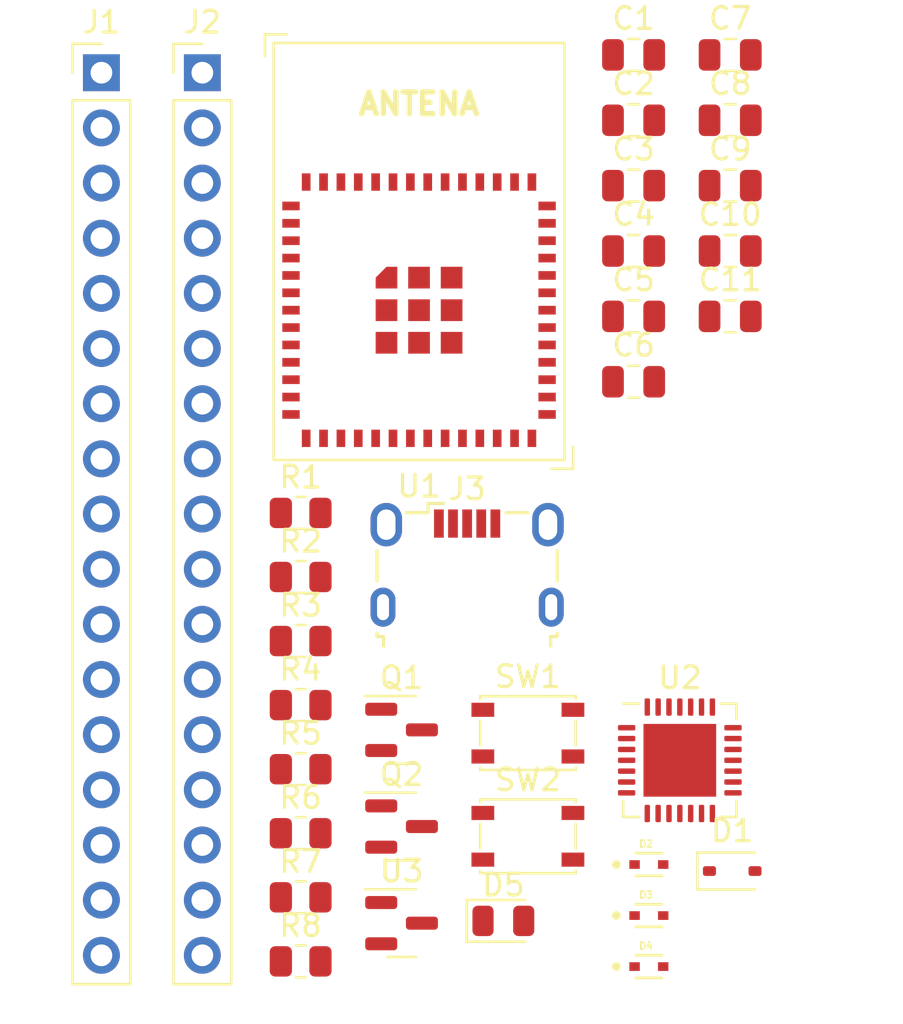
<source format=kicad_pcb>
(kicad_pcb (version 20221018) (generator pcbnew)
  (layers (0 "F.Cu" signal) (31 "B.Cu" signal) (34 "B.Paste" user) (35 "F.Paste" user) (36 "B.SilkS" user "B.Silkscreen") (37 "F.SilkS" user "F.Silkscreen") (38 "B.Mask" user) (39 "F.Mask" user) (44 "Edge.Cuts" user))
  (net 0 "")
  (net 1 "+3.3V")
  (net 2 "GND")
  (net 3 "ESP_RST")
  (net 4 "Net-(U2-VBUS)")
  (net 5 "GPIO0")
  (net 6 "+5V")
  (net 7 "+3V3")
  (net 8 "VBUS")
  (net 9 "USB_DP")
  (net 10 "USB_DN")
  (net 11 "Net-(D5-A)")
  (net 12 "GPI36")
  (net 13 "GPI37")
  (net 14 "GPI38")
  (net 15 "GPI39")
  (net 16 "GPI34")
  (net 17 "GPI35")
  (net 18 "GPIO32")
  (net 19 "GPIO33")
  (net 20 "GPIO25")
  (net 21 "GPIO26")
  (net 22 "GPIO27")
  (net 23 "GPIO14")
  (net 24 "U0RXD")
  (net 25 "U0TXD")
  (net 26 "GPIO21")
  (net 27 "GPIO22")
  (net 28 "GPIO19")
  (net 29 "GPIO23")
  (net 30 "GPIO18")
  (net 31 "GPIO5")
  (net 32 "GPIO10")
  (net 33 "GPIO9")
  (net 34 "GPIO4")
  (net 35 "GPIO2")
  (net 36 "GPIO15")
  (net 37 "GPIO13")
  (net 38 "GPIO12")
  (net 40 "Net-(Q1-B)")
  (net 41 "RTS")
  (net 42 "Net-(Q2-B)")
  (net 43 "DTR")
  (net 44 "Net-(U2-~{RST})")
  (net 45 "Net-(U2-~{SUSPEND})")
  (footprint "Package_DFN_QFN:QFN-28-1EP_5x5mm_P0.5mm_EP3.35x3.35mm" (layer "F.Cu") (at 132.425 87.61)
    (fp_text reference "U2" (at 0 -3.8) (layer "F.SilkS"))
    (fp_text value "CP2102N-Axx-xQFN28")
    (fp_line (start -2.61 2.61) (end -2.61 1.885) (stroke (width 0.12)) (layer "F.SilkS"))
    (fp_line (start -1.885 -2.61) (end -2.61 -2.61) (stroke (width 0.12)) (layer "F.SilkS"))
    (fp_line (start -1.885 2.61) (end -2.61 2.61) (stroke (width 0.12)) (layer "F.SilkS"))
    (fp_line (start 1.885 -2.61) (end 2.61 -2.61) (stroke (width 0.12)) (layer "F.SilkS"))
    (fp_line (start 1.885 2.61) (end 2.61 2.61) (stroke (width 0.12)) (layer "F.SilkS"))
    (fp_line (start 2.61 -2.61) (end 2.61 -1.885) (stroke (width 0.12)) (layer "F.SilkS"))
    (fp_line (start 2.61 2.61) (end 2.61 1.885) (stroke (width 0.12)) (layer "F.SilkS"))
    (pad "1" smd roundrect (at -2.45 -1.5) (size 0.8 0.25) (layers "F.Cu" "F.Paste" "F.Mask"))
    (pad "2" smd roundrect (at -2.45 -1) (size 0.8 0.25) (layers "F.Cu" "F.Paste" "F.Mask"))
    (pad "3" smd roundrect (at -2.45 -0.5) (size 0.8 0.25) (layers "F.Cu" "F.Paste" "F.Mask") (net 2 "GND"))
    (pad "4" smd roundrect (at -2.45 0) (size 0.8 0.25) (layers "F.Cu" "F.Paste" "F.Mask") (net 9 "USB_DP"))
    (pad "5" smd roundrect (at -2.45 0.5) (size 0.8 0.25) (layers "F.Cu" "F.Paste" "F.Mask") (net 10 "USB_DN"))
    (pad "6" smd roundrect (at -2.45 1) (size 0.8 0.25) (layers "F.Cu" "F.Paste" "F.Mask") (net 1 "+3.3V"))
    (pad "7" smd roundrect (at -2.45 1.5) (size 0.8 0.25) (layers "F.Cu" "F.Paste" "F.Mask") (net 1 "+3.3V"))
    (pad "8" smd roundrect (at -1.5 2.45) (size 0.25 0.8) (layers "F.Cu" "F.Paste" "F.Mask") (net 4 "Net-(U2-VBUS)"))
    (pad "9" smd roundrect (at -1 2.45) (size 0.25 0.8) (layers "F.Cu" "F.Paste" "F.Mask") (net 44 "Net-(U2-~{RST})"))
    (pad "10" smd roundrect (at -0.5 2.45) (size 0.25 0.8) (layers "F.Cu" "F.Paste" "F.Mask"))
    (pad "11" smd roundrect (at 0 2.45) (size 0.25 0.8) (layers "F.Cu" "F.Paste" "F.Mask") (net 45 "Net-(U2-~{SUSPEND})"))
    (pad "12" smd roundrect (at 0.5 2.45) (size 0.25 0.8) (layers "F.Cu" "F.Paste" "F.Mask"))
    (pad "13" smd roundrect (at 1 2.45) (size 0.25 0.8) (layers "F.Cu" "F.Paste" "F.Mask"))
    (pad "14" smd roundrect (at 1.5 2.45) (size 0.25 0.8) (layers "F.Cu" "F.Paste" "F.Mask"))
    (pad "15" smd roundrect (at 2.45 1.5) (size 0.8 0.25) (layers "F.Cu" "F.Paste" "F.Mask"))
    (pad "16" smd roundrect (at 2.45 1) (size 0.8 0.25) (layers "F.Cu" "F.Paste" "F.Mask"))
    (pad "17" smd roundrect (at 2.45 0.5) (size 0.8 0.25) (layers "F.Cu" "F.Paste" "F.Mask"))
    (pad "18" smd roundrect (at 2.45 0) (size 0.8 0.25) (layers "F.Cu" "F.Paste" "F.Mask"))
    (pad "19" smd roundrect (at 2.45 -0.5) (size 0.8 0.25) (layers "F.Cu" "F.Paste" "F.Mask"))
    (pad "20" smd roundrect (at 2.45 -1) (size 0.8 0.25) (layers "F.Cu" "F.Paste" "F.Mask"))
    (pad "21" smd roundrect (at 2.45 -1.5) (size 0.8 0.25) (layers "F.Cu" "F.Paste" "F.Mask"))
    (pad "22" smd roundrect (at 1.5 -2.45) (size 0.25 0.8) (layers "F.Cu" "F.Paste" "F.Mask"))
    (pad "23" smd roundrect (at 1 -2.45) (size 0.25 0.8) (layers "F.Cu" "F.Paste" "F.Mask"))
    (pad "24" smd roundrect (at 0.5 -2.45) (size 0.25 0.8) (layers "F.Cu" "F.Paste" "F.Mask") (net 41 "RTS"))
    (pad "25" smd roundrect (at 0 -2.45) (size 0.25 0.8) (layers "F.Cu" "F.Paste" "F.Mask") (net 24 "U0RXD"))
    (pad "26" smd roundrect (at -0.5 -2.45) (size 0.25 0.8) (layers "F.Cu" "F.Paste" "F.Mask") (net 25 "U0TXD"))
    (pad "27" smd roundrect (at -1 -2.45) (size 0.25 0.8) (layers "F.Cu" "F.Paste" "F.Mask"))
    (pad "28" smd roundrect (at -1.5 -2.45) (size 0.25 0.8) (layers "F.Cu" "F.Paste" "F.Mask") (net 43 "DTR"))
    (pad "29" smd rect (at 0 0) (size 3.35 3.35) (layers "F.Cu" "F.Mask") (net 2 "GND"))
  )
  (footprint "Resistor_SMD:R_0805_2012Metric" (layer "F.Cu") (at 114.955 82.12)
    (fp_text reference "R3" (at 0 -1.65) (layer "F.SilkS"))
    (fp_text value "10K(1%)(NC)")
    (fp_line (start -0.227064 -0.735) (end 0.227064 -0.735) (stroke (width 0.12)) (layer "F.SilkS"))
    (fp_line (start -0.227064 0.735) (end 0.227064 0.735) (stroke (width 0.12)) (layer "F.SilkS"))
    (pad "1" smd roundrect (at -0.9125 0) (size 1.025 1.4) (layers "F.Cu" "F.Paste" "F.Mask") (roundrect_rratio 0.243902) (net 45 "Net-(U2-~{SUSPEND})"))
    (pad "2" smd roundrect (at 0.9125 0) (size 1.025 1.4) (layers "F.Cu" "F.Paste" "F.Mask") (roundrect_rratio 0.243902) (net 2 "GND"))
  )
  (footprint "Connector_PinHeader_2.54mm:PinHeader_1x17_P2.54mm_Vertical" (layer "F.Cu") (at 105.775 55.95)
    (fp_text reference "J1" (at 0 -2.33) (layer "F.SilkS"))
    (fp_text value "Conn_01x17")
    (fp_line (start -1.33 -1.33) (end 0 -1.33) (stroke (width 0.12)) (layer "F.SilkS"))
    (fp_line (start -1.33 0) (end -1.33 -1.33) (stroke (width 0.12)) (layer "F.SilkS"))
    (fp_line (start -1.33 1.27) (end -1.33 41.97) (stroke (width 0.12)) (layer "F.SilkS"))
    (fp_line (start -1.33 1.27) (end 1.33 1.27) (stroke (width 0.12)) (layer "F.SilkS"))
    (fp_line (start -1.33 41.97) (end 1.33 41.97) (stroke (width 0.12)) (layer "F.SilkS"))
    (fp_line (start 1.33 1.27) (end 1.33 41.97) (stroke (width 0.12)) (layer "F.SilkS"))
    (pad "1" thru_hole rect (at 0 0) (size 1.7 1.7) (drill 1) (layers "*.Cu" "*.Mask") (net 2 "GND"))
    (pad "2" thru_hole oval (at 0 2.54) (size 1.7 1.7) (drill 1) (layers "*.Cu" "*.Mask") (net 1 "+3.3V"))
    (pad "3" thru_hole oval (at 0 5.08) (size 1.7 1.7) (drill 1) (layers "*.Cu" "*.Mask") (net 12 "GPI36"))
    (pad "4" thru_hole oval (at 0 7.62) (size 1.7 1.7) (drill 1) (layers "*.Cu" "*.Mask") (net 13 "GPI37"))
    (pad "5" thru_hole oval (at 0 10.16) (size 1.7 1.7) (drill 1) (layers "*.Cu" "*.Mask") (net 14 "GPI38"))
    (pad "6" thru_hole oval (at 0 12.7) (size 1.7 1.7) (drill 1) (layers "*.Cu" "*.Mask") (net 15 "GPI39"))
    (pad "7" thru_hole oval (at 0 15.24) (size 1.7 1.7) (drill 1) (layers "*.Cu" "*.Mask") (net 3 "ESP_RST"))
    (pad "8" thru_hole oval (at 0 17.78) (size 1.7 1.7) (drill 1) (layers "*.Cu" "*.Mask") (net 16 "GPI34"))
    (pad "9" thru_hole oval (at 0 20.32) (size 1.7 1.7) (drill 1) (layers "*.Cu" "*.Mask") (net 17 "GPI35"))
    (pad "10" thru_hole oval (at 0 22.86) (size 1.7 1.7) (drill 1) (layers "*.Cu" "*.Mask") (net 18 "GPIO32"))
    (pad "11" thru_hole oval (at 0 25.4) (size 1.7 1.7) (drill 1) (layers "*.Cu" "*.Mask") (net 19 "GPIO33"))
    (pad "12" thru_hole oval (at 0 27.94) (size 1.7 1.7) (drill 1) (layers "*.Cu" "*.Mask") (net 20 "GPIO25"))
    (pad "13" thru_hole oval (at 0 30.48) (size 1.7 1.7) (drill 1) (layers "*.Cu" "*.Mask") (net 21 "GPIO26"))
    (pad "14" thru_hole oval (at 0 33.02) (size 1.7 1.7) (drill 1) (layers "*.Cu" "*.Mask") (net 22 "GPIO27"))
    (pad "15" thru_hole oval (at 0 35.56) (size 1.7 1.7) (drill 1) (layers "*.Cu" "*.Mask") (net 23 "GPIO14"))
    (pad "16" thru_hole oval (at 0 38.1) (size 1.7 1.7) (drill 1) (layers "*.Cu" "*.Mask") (net 6 "+5V"))
    (pad "17" thru_hole oval (at 0 40.64) (size 1.7 1.7) (drill 1) (layers "*.Cu" "*.Mask") (net 2 "GND"))
  )
  (footprint "LESD5D5.0CT1G:TVS_LESD5D5.0CT1G" (layer "F.Cu") (at 131 97.11)
    (fp_text reference "D4" (at -0.134 -0.9532) (layer "F.SilkS") (effects (font (size 0.32 0.32))))
    (fp_text value "LESD5D5.0CT1G")
    (fp_line (start -0.6 -0.52) (end 0.6 -0.52) (stroke (width 0.127)) (layer "F.SilkS"))
    (fp_line (start 0.6 0.52) (end -0.6 0.52) (stroke (width 0.127)) (layer "F.SilkS"))
    (fp_circle (center -1.5 0) (end -1.4 0) (stroke (width 0.2)) (fill none) (layer "F.SilkS"))
    (pad "1" smd rect (at -0.66 0) (size 0.48 0.4) (layers "F.Cu" "F.Paste" "F.Mask") (net 2 "GND"))
    (pad "2" smd rect (at 0.66 0) (size 0.48 0.4) (layers "F.Cu" "F.Paste" "F.Mask") (net 10 "USB_DN"))
  )
  (footprint "Capacitor_SMD:C_0805_2012Metric" (layer "F.Cu") (at 130.295 61.15)
    (fp_text reference "C3" (at 0 -1.68) (layer "F.SilkS"))
    (fp_text value "1uF/16V(10%)")
    (fp_line (start -0.261252 -0.735) (end 0.261252 -0.735) (stroke (width 0.12)) (layer "F.SilkS"))
    (fp_line (start -0.261252 0.735) (end 0.261252 0.735) (stroke (width 0.12)) (layer "F.SilkS"))
    (pad "1" smd roundrect (at -0.95 0) (size 1 1.45) (layers "F.Cu" "F.Paste" "F.Mask") (net 3 "ESP_RST"))
    (pad "2" smd roundrect (at 0.95 0) (size 1 1.45) (layers "F.Cu" "F.Paste" "F.Mask") (net 2 "GND"))
  )
  (footprint "Connector_USB:USB_Micro-B_Wuerth_629105150521" (layer "F.Cu") (at 122.625 78.61)
    (fp_text reference "J3" (at 0 -3.5) (layer "F.SilkS"))
    (fp_text value "USB_B_Micro")
    (fp_line (start -4.15 -0.65) (end -4.15 0.75) (stroke (width 0.15)) (layer "F.SilkS"))
    (fp_line (start -4.15 3.15) (end -4.15 3.3) (stroke (width 0.15)) (layer "F.SilkS"))
    (fp_line (start -4.15 3.3) (end -3.85 3.3) (stroke (width 0.15)) (layer "F.SilkS"))
    (fp_line (start -3.85 3.3) (end -3.85 3.75) (stroke (width 0.15)) (layer "F.SilkS"))
    (fp_line (start -1.8 -2.825) (end -1.8 -2.4) (stroke (width 0.15)) (layer "F.SilkS"))
    (fp_line (start -1.8 -2.4) (end -2.8 -2.4) (stroke (width 0.15)) (layer "F.SilkS"))
    (fp_line (start -1.075 -2.825) (end -1.8 -2.825) (stroke (width 0.15)) (layer "F.SilkS"))
    (fp_line (start 1.8 -2.4) (end 2.8 -2.4) (stroke (width 0.15)) (layer "F.SilkS"))
    (fp_line (start 3.85 3.3) (end 4.15 3.3) (stroke (width 0.15)) (layer "F.SilkS"))
    (fp_line (start 3.85 3.75) (end 3.85 3.3) (stroke (width 0.15)) (layer "F.SilkS"))
    (fp_line (start 4.15 0.75) (end 4.15 -0.65) (stroke (width 0.15)) (layer "F.SilkS"))
    (fp_line (start 4.15 3.3) (end 4.15 3.15) (stroke (width 0.15)) (layer "F.SilkS"))
    (pad "" np_thru_hole oval (at -2.5 -0.8) (size 0.8 0.8) (drill 0.8) (layers "*.Cu" "*.Mask"))
    (pad "" np_thru_hole oval (at 2.5 -0.8) (size 0.8 0.8) (drill 0.8) (layers "*.Cu" "*.Mask"))
    (pad "1" smd rect (at -1.3 -1.9) (size 0.45 1.3) (layers "F.Cu" "F.Paste" "F.Mask") (net 8 "VBUS"))
    (pad "2" smd rect (at -0.65 -1.9) (size 0.45 1.3) (layers "F.Cu" "F.Paste" "F.Mask") (net 10 "USB_DN"))
    (pad "3" smd rect (at 0 -1.9) (size 0.45 1.3) (layers "F.Cu" "F.Paste" "F.Mask") (net 9 "USB_DP"))
    (pad "4" smd rect (at 0.65 -1.9) (size 0.45 1.3) (layers "F.Cu" "F.Paste" "F.Mask"))
    (pad "5" smd rect (at 1.3 -1.9) (size 0.45 1.3) (layers "F.Cu" "F.Paste" "F.Mask") (net 2 "GND"))
    (pad "6" thru_hole oval (at -3.875 1.95) (size 1.15 1.8) (drill oval 0.55 1.2) (layers "*.Cu" "*.Mask") (net 2 "GND"))
    (pad "6" thru_hole oval (at -3.725 -1.85) (size 1.45 2) (drill oval 0.85 1.4) (layers "*.Cu" "*.Mask") (net 2 "GND"))
    (pad "6" thru_hole oval (at 3.725 -1.85) (size 1.45 2) (drill oval 0.85 1.4) (layers "*.Cu" "*.Mask") (net 2 "GND"))
    (pad "6" thru_hole oval (at 3.875 1.95) (size 1.15 1.8) (drill oval 0.55 1.2) (layers "*.Cu" "*.Mask") (net 2 "GND"))
  )
  (footprint "LESD5D5.0CT1G:TVS_LESD5D5.0CT1G" (layer "F.Cu") (at 131 94.76)
    (fp_text reference "D3" (at -0.134 -0.9532) (layer "F.SilkS") (effects (font (size 0.32 0.32))))
    (fp_text value "LESD5D5.0CT1G")
    (fp_line (start -0.6 -0.52) (end 0.6 -0.52) (stroke (width 0.127)) (layer "F.SilkS"))
    (fp_line (start 0.6 0.52) (end -0.6 0.52) (stroke (width 0.127)) (layer "F.SilkS"))
    (fp_circle (center -1.5 0) (end -1.4 0) (stroke (width 0.2)) (fill none) (layer "F.SilkS"))
    (pad "1" smd rect (at -0.66 0) (size 0.48 0.4) (layers "F.Cu" "F.Paste" "F.Mask") (net 2 "GND"))
    (pad "2" smd rect (at 0.66 0) (size 0.48 0.4) (layers "F.Cu" "F.Paste" "F.Mask") (net 9 "USB_DP"))
  )
  (footprint "Resistor_SMD:R_0805_2012Metric" (layer "F.Cu") (at 114.955 90.97)
    (fp_text reference "R6" (at 0 -1.65) (layer "F.SilkS"))
    (fp_text value "10K(1%)")
    (fp_line (start -0.227064 -0.735) (end 0.227064 -0.735) (stroke (width 0.12)) (layer "F.SilkS"))
    (fp_line (start -0.227064 0.735) (end 0.227064 0.735) (stroke (width 0.12)) (layer "F.SilkS"))
    (pad "1" smd roundrect (at -0.9125 0) (size 1.025 1.4) (layers "F.Cu" "F.Paste" "F.Mask") (roundrect_rratio 0.243902) (net 43 "DTR"))
    (pad "2" smd roundrect (at 0.9125 0) (size 1.025 1.4) (layers "F.Cu" "F.Paste" "F.Mask") (roundrect_rratio 0.243902) (net 40 "Net-(Q1-B)"))
  )
  (footprint "Capacitor_SMD:C_0805_2012Metric" (layer "F.Cu") (at 130.295 67.17)
    (fp_text reference "C5" (at 0 -1.68) (layer "F.SilkS"))
    (fp_text value "1uF/16V(10%)")
    (fp_line (start -0.261252 -0.735) (end 0.261252 -0.735) (stroke (width 0.12)) (layer "F.SilkS"))
    (fp_line (start -0.261252 0.735) (end 0.261252 0.735) (stroke (width 0.12)) (layer "F.SilkS"))
    (pad "1" smd roundrect (at -0.95 0) (size 1 1.45) (layers "F.Cu" "F.Paste" "F.Mask") (net 2 "GND"))
    (pad "2" smd roundrect (at 0.95 0) (size 1 1.45) (layers "F.Cu" "F.Paste" "F.Mask") (net 4 "Net-(U2-VBUS)"))
  )
  (footprint "Button_Switch_SMD:SW_SPST_PTS810" (layer "F.Cu") (at 125.425 86.36)
    (fp_text reference "SW1" (at 0 -2.6) (layer "F.SilkS"))
    (fp_text value "SW_Push")
    (fp_line (start -2.2 -1.7) (end -2.2 -1.58) (stroke (width 0.12)) (layer "F.SilkS"))
    (fp_line (start -2.2 -0.57) (end -2.2 0.57) (stroke (width 0.12)) (layer "F.SilkS"))
    (fp_line (start -2.2 1.58) (end -2.2 1.7) (stroke (width 0.12)) (layer "F.SilkS"))
    (fp_line (start -2.2 1.7) (end 2.2 1.7) (stroke (width 0.12)) (layer "F.SilkS"))
    (fp_line (start 2.2 -1.7) (end -2.2 -1.7) (stroke (width 0.12)) (layer "F.SilkS"))
    (fp_line (start 2.2 -1.58) (end 2.2 -1.7) (stroke (width 0.12)) (layer "F.SilkS"))
    (fp_line (start 2.2 0.57) (end 2.2 -0.57) (stroke (width 0.12)) (layer "F.SilkS"))
    (fp_line (start 2.2 1.7) (end 2.2 1.58) (stroke (width 0.12)) (layer "F.SilkS"))
    (pad "1" smd rect (at -2.075 -1.075) (size 1.05 0.65) (layers "F.Cu" "F.Paste" "F.Mask") (net 2 "GND"))
    (pad "1" smd rect (at 2.075 -1.075) (size 1.05 0.65) (layers "F.Cu" "F.Paste" "F.Mask") (net 2 "GND"))
    (pad "2" smd rect (at -2.075 1.075) (size 1.05 0.65) (layers "F.Cu" "F.Paste" "F.Mask") (net 5 "GPIO0"))
    (pad "2" smd rect (at 2.075 1.075) (size 1.05 0.65) (layers "F.Cu" "F.Paste" "F.Mask") (net 5 "GPIO0"))
  )
  (footprint "LESD5D5.0CT1G:TVS_LESD5D5.0CT1G" (layer "F.Cu") (at 131 92.41)
    (fp_text reference "D2" (at -0.134 -0.9532) (layer "F.SilkS") (effects (font (size 0.32 0.32))))
    (fp_text value "LESD5D5.0CT1G")
    (fp_line (start -0.6 -0.52) (end 0.6 -0.52) (stroke (width 0.127)) (layer "F.SilkS"))
    (fp_line (start 0.6 0.52) (end -0.6 0.52) (stroke (width 0.127)) (layer "F.SilkS"))
    (fp_circle (center -1.5 0) (end -1.4 0) (stroke (width 0.2)) (fill none) (layer "F.SilkS"))
    (pad "1" smd rect (at -0.66 0) (size 0.48 0.4) (layers "F.Cu" "F.Paste" "F.Mask") (net 2 "GND"))
    (pad "2" smd rect (at 0.66 0) (size 0.48 0.4) (layers "F.Cu" "F.Paste" "F.Mask") (net 8 "VBUS"))
  )
  (footprint "Resistor_SMD:R_0805_2012Metric" (layer "F.Cu") (at 114.955 76.22)
    (fp_text reference "R1" (at 0 -1.65) (layer "F.SilkS"))
    (fp_text value "10K(1%)")
    (fp_line (start -0.227064 -0.735) (end 0.227064 -0.735) (stroke (width 0.12)) (layer "F.SilkS"))
    (fp_line (start -0.227064 0.735) (end 0.227064 0.735) (stroke (width 0.12)) (layer "F.SilkS"))
    (pad "1" smd roundrect (at -0.9125 0) (size 1.025 1.4) (layers "F.Cu" "F.Paste" "F.Mask") (roundrect_rratio 0.243902) (net 1 "+3.3V"))
    (pad "2" smd roundrect (at 0.9125 0) (size 1.025 1.4) (layers "F.Cu" "F.Paste" "F.Mask") (roundrect_rratio 0.243902) (net 3 "ESP_RST"))
  )
  (footprint "Package_TO_SOT_SMD:SOT-23" (layer "F.Cu") (at 119.605 95.11)
    (fp_text reference "U3" (at 0 -2.4) (layer "F.SilkS"))
    (fp_text value "SGM2212-3.3XKC3G/TR")
    (fp_line (start 0 -1.56) (end -1.675 -1.56) (stroke (width 0.12)) (layer "F.SilkS"))
    (fp_line (start 0 -1.56) (end 0.65 -1.56) (stroke (width 0.12)) (layer "F.SilkS"))
    (fp_line (start 0 1.56) (end -0.65 1.56) (stroke (width 0.12)) (layer "F.SilkS"))
    (fp_line (start 0 1.56) (end 0.65 1.56) (stroke (width 0.12)) (layer "F.SilkS"))
    (pad "1" smd roundrect (at -0.9375 -0.95) (size 1.475 0.6) (layers "F.Cu" "F.Paste" "F.Mask") (net 2 "GND"))
    (pad "2" smd roundrect (at -0.9375 0.95) (size 1.475 0.6) (layers "F.Cu" "F.Paste" "F.Mask") (net 7 "+3V3"))
    (pad "3" smd roundrect (at 0.9375 0) (size 1.475 0.6) (layers "F.Cu" "F.Paste" "F.Mask") (net 6 "+5V"))
  )
  (footprint "Capacitor_SMD:C_0805_2012Metric" (layer "F.Cu") (at 134.745 61.15)
    (fp_text reference "C9" (at 0 -1.68) (layer "F.SilkS"))
    (fp_text value "0.1uF/50V(10%)(NC)")
    (fp_line (start -0.261252 -0.735) (end 0.261252 -0.735) (stroke (width 0.12)) (layer "F.SilkS"))
    (fp_line (start -0.261252 0.735) (end 0.261252 0.735) (stroke (width 0.12)) (layer "F.SilkS"))
    (pad "1" smd roundrect (at -0.95 0) (size 1 1.45) (layers "F.Cu" "F.Paste" "F.Mask") (net 2 "GND"))
    (pad "2" smd roundrect (at 0.95 0) (size 1 1.45) (layers "F.Cu" "F.Paste" "F.Mask") (net 3 "ESP_RST"))
  )
  (footprint "Resistor_SMD:R_0805_2012Metric" (layer "F.Cu") (at 114.955 88.02)
    (fp_text reference "R5" (at 0 -1.65) (layer "F.SilkS"))
    (fp_text value "47K5(1%)")
    (fp_line (start -0.227064 -0.735) (end 0.227064 -0.735) (stroke (width 0.12)) (layer "F.SilkS"))
    (fp_line (start -0.227064 0.735) (end 0.227064 0.735) (stroke (width 0.12)) (layer "F.SilkS"))
    (pad "1" smd roundrect (at -0.9125 0) (size 1.025 1.4) (layers "F.Cu" "F.Paste" "F.Mask") (roundrect_rratio 0.243902) (net 2 "GND"))
    (pad "2" smd roundrect (at 0.9125 0) (size 1.025 1.4) (layers "F.Cu" "F.Paste" "F.Mask") (roundrect_rratio 0.243902) (net 4 "Net-(U2-VBUS)"))
  )
  (footprint "Package_TO_SOT_SMD:SOT-23" (layer "F.Cu") (at 119.605 90.66)
    (fp_text reference "Q2" (at 0 -2.4) (layer "F.SilkS"))
    (fp_text value "BC847")
    (fp_line (start 0 -1.56) (end -1.675 -1.56) (stroke (width 0.12)) (layer "F.SilkS"))
    (fp_line (start 0 -1.56) (end 0.65 -1.56) (stroke (width 0.12)) (layer "F.SilkS"))
    (fp_line (start 0 1.56) (end -0.65 1.56) (stroke (width 0.12)) (layer "F.SilkS"))
    (fp_line (start 0 1.56) (end 0.65 1.56) (stroke (width 0.12)) (layer "F.SilkS"))
    (pad "1" smd roundrect (at -0.9375 -0.95) (size 1.475 0.6) (layers "F.Cu" "F.Paste" "F.Mask") (net 42 "Net-(Q2-B)"))
    (pad "2" smd roundrect (at -0.9375 0.95) (size 1.475 0.6) (layers "F.Cu" "F.Paste" "F.Mask") (net 43 "DTR"))
    (pad "3" smd roundrect (at 0.9375 0) (size 1.475 0.6) (layers "F.Cu" "F.Paste" "F.Mask") (net 5 "GPIO0"))
  )
  (footprint "Capacitor_SMD:C_0805_2012Metric" (layer "F.Cu") (at 130.295 64.16)
    (fp_text reference "C4" (at 0 -1.68) (layer "F.SilkS"))
    (fp_text value "10uF/25V(20%)")
    (fp_line (start -0.261252 -0.735) (end 0.261252 -0.735) (stroke (width 0.12)) (layer "F.SilkS"))
    (fp_line (start -0.261252 0.735) (end 0.261252 0.735) (stroke (width 0.12)) (layer "F.SilkS"))
    (pad "1" smd roundrect (at -0.95 0) (size 1 1.45) (layers "F.Cu" "F.Paste" "F.Mask") (net 1 "+3.3V"))
    (pad "2" smd roundrect (at 0.95 0) (size 1 1.45) (layers "F.Cu" "F.Paste" "F.Mask") (net 2 "GND"))
  )
  (footprint "Diode_SMD:D_SOD-323" (layer "F.Cu") (at 134.84 92.71)
    (fp_text reference "D1" (at 0 -1.85) (layer "F.SilkS"))
    (fp_text value "1N5819WS")
    (fp_line (start -1.61 -0.85) (end -1.61 0.85) (stroke (width 0.12)) (layer "F.SilkS"))
    (fp_line (start -1.61 -0.85) (end 1.05 -0.85) (stroke (width 0.12)) (layer "F.SilkS"))
    (fp_line (start -1.61 0.85) (end 1.05 0.85) (stroke (width 0.12)) (layer "F.SilkS"))
    (pad "1" smd roundrect (at -1.05 0) (size 0.6 0.45) (layers "F.Cu" "F.Paste" "F.Mask") (net 6 "+5V"))
    (pad "2" smd roundrect (at 1.05 0) (size 0.6 0.45) (layers "F.Cu" "F.Paste" "F.Mask") (net 8 "VBUS"))
  )
  (footprint "Capacitor_SMD:C_0805_2012Metric" (layer "F.Cu") (at 130.295 55.13)
    (fp_text reference "C1" (at 0 -1.68) (layer "F.SilkS"))
    (fp_text value "10uF/25V(20%)")
    (fp_line (start -0.261252 -0.735) (end 0.261252 -0.735) (stroke (width 0.12)) (layer "F.SilkS"))
    (fp_line (start -0.261252 0.735) (end 0.261252 0.735) (stroke (width 0.12)) (layer "F.SilkS"))
    (pad "1" smd roundrect (at -0.95 0) (size 1 1.45) (layers "F.Cu" "F.Paste" "F.Mask") (net 1 "+3.3V"))
    (pad "2" smd roundrect (at 0.95 0) (size 1 1.45) (layers "F.Cu" "F.Paste" "F.Mask") (net 2 "GND"))
  )
  (footprint "Capacitor_SMD:C_0805_2012Metric" (layer "F.Cu") (at 134.745 55.13)
    (fp_text reference "C7" (at 0 -1.68) (layer "F.SilkS"))
    (fp_text value "10uF/25V(20%)")
    (fp_line (start -0.261252 -0.735) (end 0.261252 -0.735) (stroke (width 0.12)) (layer "F.SilkS"))
    (fp_line (start -0.261252 0.735) (end 0.261252 0.735) (stroke (width 0.12)) (layer "F.SilkS"))
    (pad "1" smd roundrect (at -0.95 0) (size 1 1.45) (layers "F.Cu" "F.Paste" "F.Mask") (net 6 "+5V"))
    (pad "2" smd roundrect (at 0.95 0) (size 1 1.45) (layers "F.Cu" "F.Paste" "F.Mask") (net 2 "GND"))
  )
  (footprint "Capacitor_SMD:C_0805_2012Metric" (layer "F.Cu") (at 134.745 67.17)
    (fp_text reference "C11" (at 0 -1.68) (layer "F.SilkS"))
    (fp_text value "0.1uF/50V(10%)")
    (fp_line (start -0.261252 -0.735) (end 0.261252 -0.735) (stroke (width 0.12)) (layer "F.SilkS"))
    (fp_line (start -0.261252 0.735) (end 0.261252 0.735) (stroke (width 0.12)) (layer "F.SilkS"))
    (pad "1" smd roundrect (at -0.95 0) (size 1 1.45) (layers "F.Cu" "F.Paste" "F.Mask") (net 7 "+3V3"))
    (pad "2" smd roundrect (at 0.95 0) (size 1 1.45) (layers "F.Cu" "F.Paste" "F.Mask") (net 2 "GND"))
  )
  (footprint "Capacitor_SMD:C_0805_2012Metric" (layer "F.Cu") (at 134.745 64.16)
    (fp_text reference "C10" (at 0 -1.68) (layer "F.SilkS"))
    (fp_text value "10uF/25V(20%)")
    (fp_line (start -0.261252 -0.735) (end 0.261252 -0.735) (stroke (width 0.12)) (layer "F.SilkS"))
    (fp_line (start -0.261252 0.735) (end 0.261252 0.735) (stroke (width 0.12)) (layer "F.SilkS"))
    (pad "1" smd roundrect (at -0.95 0) (size 1 1.45) (layers "F.Cu" "F.Paste" "F.Mask") (net 7 "+3V3"))
    (pad "2" smd roundrect (at 0.95 0) (size 1 1.45) (layers "F.Cu" "F.Paste" "F.Mask") (net 2 "GND"))
  )
  (footprint "Resistor_SMD:R_0805_2012Metric" (layer "F.Cu") (at 114.955 93.92)
    (fp_text reference "R7" (at 0 -1.65) (layer "F.SilkS"))
    (fp_text value "10K(1%)")
    (fp_line (start -0.227064 -0.735) (end 0.227064 -0.735) (stroke (width 0.12)) (layer "F.SilkS"))
    (fp_line (start -0.227064 0.735) (end 0.227064 0.735) (stroke (width 0.12)) (layer "F.SilkS"))
    (pad "1" smd roundrect (at -0.9125 0) (size 1.025 1.4) (layers "F.Cu" "F.Paste" "F.Mask") (roundrect_rratio 0.243902) (net 41 "RTS"))
    (pad "2" smd roundrect (at 0.9125 0) (size 1.025 1.4) (layers "F.Cu" "F.Paste" "F.Mask") (roundrect_rratio 0.243902) (net 42 "Net-(Q2-B)"))
  )
  (footprint "nuevas huella:esp32-devkitM-1" (layer "F.Cu") (at 120.41 66.885)
    (fp_text reference "U1" (at 0 8.1 unlocked) (layer "F.SilkS"))
    (fp_text value "esp32-devkitM-1")
    (fp_text user "ANTENA" (at 0 -9.5 unlocked) (layer "F.SilkS") (effects (font (thickness 0.25))))
    (fp_line (start -7.1 -12.7) (end -7.1 -11.7) (stroke (width 0.12)) (layer "F.SilkS"))
    (fp_line (start -6.1 -12.7) (end -7.1 -12.7) (stroke (width 0.12)) (layer "F.SilkS"))
    (fp_line (start 6.1 7.3) (end 7.1 7.3) (stroke (width 0.12)) (layer "F.SilkS"))
    (fp_line (start 7.1 7.3) (end 7.1 6.3) (stroke (width 0.12)) (layer "F.SilkS"))
    (fp_rect (start -6.7 -12.3) (end 6.7 6.9) (stroke (width 0.12)) (fill none) (layer "F.SilkS"))
    (pad "1" smd rect (at -5.9 -4.8) (size 0.8 0.4) (layers "F.Cu" "F.Paste" "F.Mask") (net 2 "GND"))
    (pad "2" smd rect (at -5.9 -4) (size 0.8 0.4) (layers "F.Cu" "F.Paste" "F.Mask") (net 2 "GND"))
    (pad "3" smd rect (at -5.9 -3.2) (size 0.8 0.4) (layers "F.Cu" "F.Paste" "F.Mask"))
    (pad "4" smd rect (at -5.9 -2.4) (size 0.8 0.4) (layers "F.Cu" "F.Paste" "F.Mask") (net 12 "GPI36"))
    (pad "5" smd rect (at -5.9 -1.6) (size 0.8 0.4) (layers "F.Cu" "F.Paste" "F.Mask") (net 13 "GPI37"))
    (pad "6" smd rect (at -5.9 -0.8) (size 0.8 0.4) (layers "F.Cu" "F.Paste" "F.Mask") (net 14 "GPI38"))
    (pad "7" smd rect (at -5.9 0) (size 0.8 0.4) (layers "F.Cu" "F.Paste" "F.Mask") (net 15 "GPI39"))
    (pad "8" smd rect (at -5.9 0.8) (size 0.8 0.4) (layers "F.Cu" "F.Paste" "F.Mask") (net 3 "ESP_RST"))
    (pad "9" smd rect (at -5.9 1.6) (size 0.8 0.4) (layers "F.Cu" "F.Paste" "F.Mask") (net 16 "GPI34"))
    (pad "10" smd rect (at -5.9 2.4) (size 0.8 0.4) (layers "F.Cu" "F.Paste" "F.Mask") (net 17 "GPI35"))
    (pad "11" smd rect (at -5.9 3.2) (size 0.8 0.4) (layers "F.Cu" "F.Paste" "F.Mask") (net 18 "GPIO32"))
    (pad "12" smd rect (at -5.9 4) (size 0.8 0.4) (layers "F.Cu" "F.Paste" "F.Mask") (net 19 "GPIO33"))
    (pad "13" smd rect (at -5.9 4.8) (size 0.8 0.4) (layers "F.Cu" "F.Paste" "F.Mask") (net 20 "GPIO25"))
    (pad "14" smd rect (at -5.2 5.9 90) (size 0.8 0.4) (layers "F.Cu" "F.Paste" "F.Mask") (net 21 "GPIO26"))
    (pad "15" smd rect (at -4.4 5.9 90) (size 0.8 0.4) (layers "F.Cu" "F.Paste" "F.Mask") (net 22 "GPIO27"))
    (pad "16" smd rect (at -3.6 5.9 90) (size 0.8 0.4) (layers "F.Cu" "F.Paste" "F.Mask") (net 23 "GPIO14"))
    (pad "17" smd rect (at -2.8 5.9 90) (size 0.8 0.4) (layers "F.Cu" "F.Paste" "F.Mask") (net 38 "GPIO12"))
    (pad "18" smd rect (at -2 5.9 90) (size 0.8 0.4) (layers "F.Cu" "F.Paste" "F.Mask") (net 37 "GPIO13"))
    (pad "19" smd rect (at -1.2 5.9 90) (size 0.8 0.4) (layers "F.Cu" "F.Paste" "F.Mask") (net 36 "GPIO15"))
    (pad "20" smd rect (at -0.4 5.9 90) (size 0.8 0.4) (layers "F.Cu" "F.Paste" "F.Mask") (net 35 "GPIO2"))
    (pad "21" smd rect (at 0.4 5.9 90) (size 0.8 0.4) (layers "F.Cu" "F.Paste" "F.Mask") (net 5 "GPIO0"))
    (pad "22" smd rect (at 1.2 5.9 90) (size 0.8 0.4) (layers "F.Cu" "F.Paste" "F.Mask") (net 34 "GPIO4"))
    (pad "23" smd rect (at 2 5.9 90) (size 0.8 0.4) (layers "F.Cu" "F.Paste" "F.Mask"))
    (pad "24" smd rect (at 2.8 5.9 90) (size 0.8 0.4) (layers "F.Cu" "F.Paste" "F.Mask"))
    (pad "25" smd rect (at 3.6 5.9 90) (size 0.8 0.4) (layers "F.Cu" "F.Paste" "F.Mask") (net 33 "GPIO9"))
    (pad "26" smd rect (at 4.4 5.9 90) (size 0.8 0.4) (layers "F.Cu" "F.Paste" "F.Mask") (net 32 "GPIO10"))
    (pad "27" smd rect (at 5.2 5.9 90) (size 0.8 0.4) (layers "F.Cu" "F.Paste" "F.Mask") (net 2 "GND"))
    (pad "28" smd rect (at 5.9 4.8 180) (size 0.8 0.4) (layers "F.Cu" "F.Paste" "F.Mask"))
    (pad "29" smd rect (at 5.9 4 180) (size 0.8 0.4) (layers "F.Cu" "F.Paste" "F.Mask") (net 31 "GPIO5"))
    (pad "30" smd rect (at 5.9 3.2 180) (size 0.8 0.4) (layers "F.Cu" "F.Paste" "F.Mask") (net 30 "GPIO18"))
    (pad "31" smd rect (at 5.9 2.4 180) (size 0.8 0.4) (layers "F.Cu" "F.Paste" "F.Mask") (net 29 "GPIO23"))
    (pad "32" smd rect (at 5.9 1.6 180) (size 0.8 0.4) (layers "F.Cu" "F.Paste" "F.Mask") (net 28 "GPIO19"))
    (pad "33" smd rect (at 5.9 0.8 180) (size 0.8 0.4) (layers "F.Cu" "F.Paste" "F.Mask") (net 27 "GPIO22"))
    (pad "34" smd rect (at 5.9 0 180) (size 0.8 0.4) (layers "F.Cu" "F.Paste" "F.Mask") (net 26 "GPIO21"))
    (pad "35" smd rect (at 5.9 -0.8 180) (size 0.8 0.4) (layers "F.Cu" "F.Paste" "F.Mask") (net 24 "U0RXD"))
    (pad "36" smd rect (at 5.9 -1.6 180) (size 0.8 0.4) (layers "F.Cu" "F.Paste" "F.Mask") (net 25 "U0TXD"))
    (pad "37" smd rect (at 5.9 -2.4 180) (size 0.8 0.4) (layers "F.Cu" "F.Paste" "F.Mask"))
    (pad "38" smd rect (at 5.9 -3.2 180) (size 0.8 0.4) (layers "F.Cu" "F.Paste" "F.Mask") (net 2 "GND"))
    (pad "39" smd rect (at 5.9 -4 180) (size 0.8 0.4) (layers "F.Cu" "F.Paste" "F.Mask") (net 2 "GND"))
    (pad "40" smd rect (at 5.9 -4.8 180) (size 0.8 0.4) (layers "F.Cu" "F.Paste" "F.Mask") (net 2 "GND"))
    (pad "41" smd rect (at 5.2 -5.9 270) (size 0.8 0.4) (layers "F.Cu" "F.Paste" "F.Mask") (net 2 "GND"))
    (pad "42" smd rect (at 4.4 -5.9 270) (size 0.8 0.4) (layers "F.Cu" "F.Paste" "F.Mask") (net 2 "GND"))
    (pad "43" smd rect (at 3.6 -5.9 270) (size 0.8 0.4) (layers "F.Cu" "F.Paste" "F.Mask") (net 2 "GND"))
    (pad "44" smd rect (at 2.8 -5.9 270) (size 0.8 0.4) (layers "F.Cu" "F.Paste" "F.Mask") (net 2 "GND"))
    (pad "45" smd rect (at 2 -5.9 270) (size 0.8 0.4) (layers "F.Cu" "F.Paste" "F.Mask") (net 2 "GND"))
    (pad "46" smd rect (at 1.2 -5.9 270) (size 0.8 0.4) (layers "F.Cu" "F.Paste" "F.Mask") (net 2 "GND"))
    (pad "47" smd rect (at 0.4 -5.9 270) (size 0.8 0.4) (layers "F.Cu" "F.Paste" "F.Mask") (net 2 "GND"))
    (pad "48" smd rect (at -0.4 -5.9 270) (size 0.8 0.4) (layers "F.Cu" "F.Paste" "F.Mask") (net 2 "GND"))
    (pad "49" smd rect (at -1.2 -5.9 270) (size 0.8 0.4) (layers "F.Cu" "F.Paste" "F.Mask") (net 2 "GND"))
    (pad "50" smd rect (at -2 -5.9 270) (size 0.8 0.4) (layers "F.Cu" "F.Paste" "F.Mask") (net 2 "GND"))
    (pad "51" smd rect (at -2.8 -5.9 270) (size 0.8 0.4) (layers "F.Cu" "F.Paste" "F.Mask") (net 2 "GND"))
    (pad "52" smd rect (at -3.6 -5.9 270) (size 0.8 0.4) (layers "F.Cu" "F.Paste" "F.Mask") (net 2 "GND"))
    (pad "53" smd rect (at -4.4 -5.9 270) (size 0.8 0.4) (layers "F.Cu" "F.Paste" "F.Mask") (net 2 "GND"))
    (pad "54" smd rect (at -5.2 -5.9 270) (size 0.8 0.4) (layers "F.Cu" "F.Paste" "F.Mask") (net 2 "GND"))
    (pad "55" smd roundrect (at -1.5 -1.5 270) (size 1 1) (layers "F.Cu" "F.Paste" "F.Mask") (roundrect_rratio 0) (chamfer_ratio 0.5) (chamfer bottom_left) (net 2 "GND"))
    (pad "55" smd rect (at -1.5 0 270) (size 1 1) (layers "F.Cu" "F.Paste" "F.Mask") (net 2 "GND"))
    (pad "55" smd rect (at -1.5 1.5 270) (size 1 1) (layers "F.Cu" "F.Paste" "F.Mask") (net 2 "GND"))
    (pad "55" smd rect (at 0 -1.5 270) (size 1 1) (layers "F.Cu" "F.Paste" "F.Mask") (net 2 "GND"))
    (pad "55" smd rect (at 0 0 270) (size 1 1) (layers "F.Cu" "F.Paste" "F.Mask") (net 2 "GND"))
    (pad "55" smd rect (at 0 1.5 270) (size 1 1) (layers "F.Cu" "F.Paste" "F.Mask") (net 2 "GND"))
    (pad "55" smd rect (at 1.5 -1.5 270) (size 1 1) (layers "F.Cu" "F.Paste" "F.Mask") (net 2 "GND"))
    (pad "55" smd rect (at 1.5 0 270) (size 1 1) (layers "F.Cu" "F.Paste" "F.Mask") (net 2 "GND"))
    (pad "55" smd rect (at 1.5 1.5 270) (size 1 1) (layers "F.Cu" "F.Paste" "F.Mask") (net 2 "GND"))
  )
  (footprint "Resistor_SMD:R_0805_2012Metric" (layer "F.Cu") (at 114.955 96.87)
    (fp_text reference "R8" (at 0 -1.65) (layer "F.SilkS"))
    (fp_text value "5.1K(1%)")
    (fp_line (start -0.227064 -0.735) (end 0.227064 -0.735) (stroke (width 0.12)) (layer "F.SilkS"))
    (fp_line (start -0.227064 0.735) (end 0.227064 0.735) (stroke (width 0.12)) (layer "F.SilkS"))
    (pad "1" smd roundrect (at -0.9125 0) (size 1.025 1.4) (layers "F.Cu" "F.Paste" "F.Mask") (roundrect_rratio 0.243902) (net 11 "Net-(D5-A)"))
    (pad "2" smd roundrect (at 0.9125 0) (size 1.025 1.4) (layers "F.Cu" "F.Paste" "F.Mask") (roundrect_rratio 0.243902) (net 7 "+3V3"))
  )
  (footprint "Capacitor_SMD:C_0805_2012Metric" (layer "F.Cu") (at 130.295 70.18)
    (fp_text reference "C6" (at 0 -1.68) (layer "F.SilkS"))
    (fp_text value "0.1uF/50V(10%)(NC)")
    (fp_line (start -0.261252 -0.735) (end 0.261252 -0.735) (stroke (width 0.12)) (layer "F.SilkS"))
    (fp_line (start -0.261252 0.735) (end 0.261252 0.735) (stroke (width 0.12)) (layer "F.SilkS"))
    (pad "1" smd roundrect (at -0.95 0) (size 1 1.45) (layers "F.Cu" "F.Paste" "F.Mask") (net 2 "GND"))
    (pad "2" smd roundrect (at 0.95 0) (size 1 1.45) (layers "F.Cu" "F.Paste" "F.Mask") (net 5 "GPIO0"))
  )
  (footprint "Button_Switch_SMD:SW_SPST_PTS810" (layer "F.Cu") (at 125.425 91.11)
    (fp_text reference "SW2" (at 0 -2.6) (layer "F.SilkS"))
    (fp_text value "SW_Push")
    (fp_line (start -2.2 -1.7) (end -2.2 -1.58) (stroke (width 0.12)) (layer "F.SilkS"))
    (fp_line (start -2.2 -0.57) (end -2.2 0.57) (stroke (width 0.12)) (layer "F.SilkS"))
    (fp_line (start -2.2 1.58) (end -2.2 1.7) (stroke (width 0.12)) (layer "F.SilkS"))
    (fp_line (start -2.2 1.7) (end 2.2 1.7) (stroke (width 0.12)) (layer "F.SilkS"))
    (fp_line (start 2.2 -1.7) (end -2.2 -1.7) (stroke (width 0.12)) (layer "F.SilkS"))
    (fp_line (start 2.2 -1.58) (end 2.2 -1.7) (stroke (width 0.12)) (layer "F.SilkS"))
    (fp_line (start 2.2 0.57) (end 2.2 -0.57) (stroke (width 0.12)) (layer "F.SilkS"))
    (fp_line (start 2.2 1.7) (end 2.2 1.58) (stroke (width 0.12)) (layer "F.SilkS"))
    (pad "1" smd rect (at -2.075 -1.075) (size 1.05 0.65) (layers "F.Cu" "F.Paste" "F.Mask") (net 2 "GND"))
    (pad "1" smd rect (at 2.075 -1.075) (size 1.05 0.65) (layers "F.Cu" "F.Paste" "F.Mask") (net 2 "GND"))
    (pad "2" smd rect (at -2.075 1.075) (size 1.05 0.65) (layers "F.Cu" "F.Paste" "F.Mask") (net 3 "ESP_RST"))
    (pad "2" smd rect (at 2.075 1.075) (size 1.05 0.65) (layers "F.Cu" "F.Paste" "F.Mask") (net 3 "ESP_RST"))
  )
  (footprint "Connector_PinHeader_2.54mm:PinHeader_1x17_P2.54mm_Vertical" (layer "F.Cu") (at 110.425 55.95)
    (fp_text reference "J2" (at 0 -2.33) (layer "F.SilkS"))
    (fp_text value "Conn_01x17")
    (fp_line (start -1.33 -1.33) (end 0 -1.33) (stroke (width 0.12)) (layer "F.SilkS"))
    (fp_line (start -1.33 0) (end -1.33 -1.33) (stroke (width 0.12)) (layer "F.SilkS"))
    (fp_line (start -1.33 1.27) (end -1.33 41.97) (stroke (width 0.12)) (layer "F.SilkS"))
    (fp_line (start -1.33 1.27) (end 1.33 1.27) (stroke (width 0.12)) (layer "F.SilkS"))
    (fp_line (start -1.33 41.97) (end 1.33 41.97) (stroke (width 0.12)) (layer "F.SilkS"))
    (fp_line (start 1.33 1.27) (end 1.33 41.97) (stroke (width 0.12)) (layer "F.SilkS"))
    (pad "1" thru_hole rect (at 0 0) (size 1.7 1.7) (drill 1) (layers "*.Cu" "*.Mask") (net 2 "GND"))
    (pad "2" thru_hole oval (at 0 2.54) (size 1.7 1.7) (drill 1) (layers "*.Cu" "*.Mask") (net 24 "U0RXD"))
    (pad "3" thru_hole oval (at 0 5.08) (size 1.7 1.7) (drill 1) (layers "*.Cu" "*.Mask") (net 25 "U0TXD"))
    (pad "4" thru_hole oval (at 0 7.62) (size 1.7 1.7) (drill 1) (layers "*.Cu" "*.Mask") (net 26 "GPIO21"))
    (pad "5" thru_hole oval (at 0 10.16) (size 1.7 1.7) (drill 1) (layers "*.Cu" "*.Mask") (net 27 "GPIO22"))
    (pad "6" thru_hole oval (at 0 12.7) (size 1.7 1.7) (drill 1) (layers "*.Cu" "*.Mask") (net 28 "GPIO19"))
    (pad "7" thru_hole oval (at 0 15.24) (size 1.7 1.7) (drill 1) (layers "*.Cu" "*.Mask") (net 29 "GPIO23"))
    (pad "8" thru_hole oval (at 0 17.78) (size 1.7 1.7) (drill 1) (layers "*.Cu" "*.Mask") (net 30 "GPIO18"))
    (pad "9" thru_hole oval (at 0 20.32) (size 1.7 1.7) (drill 1) (layers "*.Cu" "*.Mask") (net 31 "GPIO5"))
    (pad "10" thru_hole oval (at 0 22.86) (size 1.7 1.7) (drill 1) (layers "*.Cu" "*.Mask") (net 32 "GPIO10"))
    (pad "11" thru_hole oval (at 0 25.4) (size 1.7 1.7) (drill 1) (layers "*.Cu" "*.Mask") (net 33 "GPIO9"))
    (pad "12" thru_hole oval (at 0 27.94) (size 1.7 1.7) (drill 1) (layers "*.Cu" "*.Mask") (net 34 "GPIO4"))
    (pad "13" thru_hole oval (at 0 30.48) (size 1.7 1.7) (drill 1) (layers "*.Cu" "*.Mask") (net 5 "GPIO0"))
    (pad "14" thru_hole oval (at 0 33.02) (size 1.7 1.7) (drill 1) (layers "*.Cu" "*.Mask") (net 35 "GPIO2"))
    (pad "15" thru_hole oval (at 0 35.56) (size 1.7 1.7) (drill 1) (layers "*.Cu" "*.Mask") (net 36 "GPIO15"))
    (pad "16" thru_hole oval (at 0 38.1) (size 1.7 1.7) (drill 1) (layers "*.Cu" "*.Mask") (net 37 "GPIO13"))
    (pad "17" thru_hole oval (at 0 40.64) (size 1.7 1.7) (drill 1) (layers "*.Cu" "*.Mask") (net 38 "GPIO12"))
  )
  (footprint "Resistor_SMD:R_0805_2012Metric" (layer "F.Cu") (at 114.955 79.17)
    (fp_text reference "R2" (at 0 -1.65) (layer "F.SilkS"))
    (fp_text value "1K(1%)")
    (fp_line (start -0.227064 -0.735) (end 0.227064 -0.735) (stroke (width 0.12)) (layer "F.SilkS"))
    (fp_line (start -0.227064 0.735) (end 0.227064 0.735) (stroke (width 0.12)) (layer "F.SilkS"))
    (pad "1" smd roundrect (at -0.9125 0) (size 1.025 1.4) (layers "F.Cu" "F.Paste" "F.Mask") (roundrect_rratio 0.243902) (net 1 "+3.3V"))
    (pad "2" smd roundrect (at 0.9125 0) (size 1.025 1.4) (layers "F.Cu" "F.Paste" "F.Mask") (roundrect_rratio 0.243902) (net 44 "Net-(U2-~{RST})"))
  )
  (footprint "LED_SMD:LED_0805_2012Metric" (layer "F.Cu") (at 124.295 95.005)
    (fp_text reference "D5" (at 0 -1.65) (layer "F.SilkS"))
    (fp_text value "LED")
    (fp_line (start -1.685 -0.96) (end -1.685 0.96) (stroke (width 0.12)) (layer "F.SilkS"))
    (fp_line (start -1.685 0.96) (end 1 0.96) (stroke (width 0.12)) (layer "F.SilkS"))
    (fp_line (start 1 -0.96) (end -1.685 -0.96) (stroke (width 0.12)) (layer "F.SilkS"))
    (pad "1" smd roundrect (at -0.9375 0) (size 0.975 1.4) (layers "F.Cu" "F.Paste" "F.Mask") (net 2 "GND"))
    (pad "2" smd roundrect (at 0.9375 0) (size 0.975 1.4) (layers "F.Cu" "F.Paste" "F.Mask") (net 11 "Net-(D5-A)"))
  )
  (footprint "Package_TO_SOT_SMD:SOT-23" (layer "F.Cu") (at 119.605 86.21)
    (fp_text reference "Q1" (at 0 -2.4) (layer "F.SilkS"))
    (fp_text value "BC847")
    (fp_line (start 0 -1.56) (end -1.675 -1.56) (stroke (width 0.12)) (layer "F.SilkS"))
    (fp_line (start 0 -1.56) (end 0.65 -1.56) (stroke (width 0.12)) (layer "F.SilkS"))
    (fp_line (start 0 1.56) (end -0.65 1.56) (stroke (width 0.12)) (layer "F.SilkS"))
    (fp_line (start 0 1.56) (end 0.65 1.56) (stroke (width 0.12)) (layer "F.SilkS"))
    (pad "1" smd roundrect (at -0.9375 -0.95) (size 1.475 0.6) (layers "F.Cu" "F.Paste" "F.Mask") (net 40 "Net-(Q1-B)"))
    (pad "2" smd roundrect (at -0.9375 0.95) (size 1.475 0.6) (layers "F.Cu" "F.Paste" "F.Mask") (net 41 "RTS"))
    (pad "3" smd roundrect (at 0.9375 0) (size 1.475 0.6) (layers "F.Cu" "F.Paste" "F.Mask") (net 3 "ESP_RST"))
  )
  (footprint "Capacitor_SMD:C_0805_2012Metric" (layer "F.Cu") (at 130.295 58.14)
    (fp_text reference "C2" (at 0 -1.68) (layer "F.SilkS"))
    (fp_text value "0.1uF/50V(10%)")
    (fp_line (start -0.261252 -0.735) (end 0.261252 -0.735) (stroke (width 0.12)) (layer "F.SilkS"))
    (fp_line (start -0.261252 0.735) (end 0.261252 0.735) (stroke (width 0.12)) (layer "F.SilkS"))
    (pad "1" smd roundrect (at -0.95 0) (size 1 1.45) (layers "F.Cu" "F.Paste" "F.Mask") (net 1 "+3.3V"))
    (pad "2" smd roundrect (at 0.95 0) (size 1 1.45) (layers "F.Cu" "F.Paste" "F.Mask") (net 2 "GND"))
  )
  (footprint "Capacitor_SMD:C_0805_2012Metric" (layer "F.Cu") (at 134.745 58.14)
    (fp_text reference "C8" (at 0 -1.68) (layer "F.SilkS"))
    (fp_text value "0.1uF/50V(10%)")
    (fp_line (start -0.261252 -0.735) (end 0.261252 -0.735) (stroke (width 0.12)) (layer "F.SilkS"))
    (fp_line (start -0.261252 0.735) (end 0.261252 0.735) (stroke (width 0.12)) (layer "F.SilkS"))
    (pad "1" smd roundrect (at -0.95 0) (size 1 1.45) (layers "F.Cu" "F.Paste" "F.Mask") (net 6 "+5V"))
    (pad "2" smd roundrect (at 0.95 0) (size 1 1.45) (layers "F.Cu" "F.Paste" "F.Mask") (net 2 "GND"))
  )
  (footprint "Resistor_SMD:R_0805_2012Metric" (layer "F.Cu") (at 114.955 85.07)
    (fp_text reference "R4" (at 0 -1.65) (layer "F.SilkS"))
    (fp_text value "22K1(1%)")
    (fp_line (start -0.227064 -0.735) (end 0.227064 -0.735) (stroke (width 0.12)) (layer "F.SilkS"))
    (fp_line (start -0.227064 0.735) (end 0.227064 0.735) (stroke (width 0.12)) (layer "F.SilkS"))
    (pad "1" smd roundrect (at -0.9125 0) (size 1.025 1.4) (layers "F.Cu" "F.Paste" "F.Mask") (roundrect_rratio 0.243902) (net 8 "VBUS"))
    (pad "2" smd roundrect (at 0.9125 0) (size 1.025 1.4) (layers "F.Cu" "F.Paste" "F.Mask") (roundrect_rratio 0.243902) (net 4 "Net-(U2-VBUS)"))
  )
)
</source>
